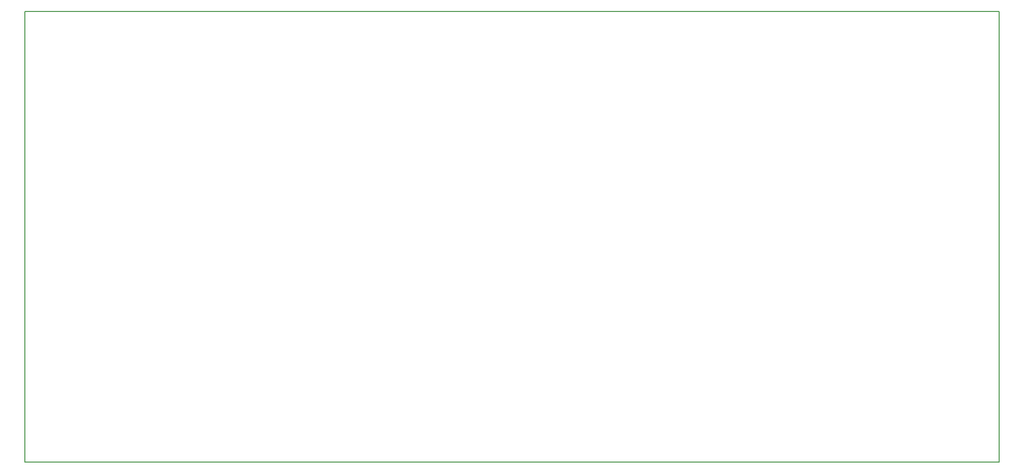
<source format=gko>
G04 Layer_Color=16711935*
%FSLAX24Y24*%
%MOIN*%
G70*
G01*
G75*
%ADD10C,0.0079*%
D10*
X6654Y47402D02*
X74567D01*
X6654Y15945D02*
Y47402D01*
X74567Y15945D02*
Y47402D01*
X6654Y15945D02*
X74567D01*
M02*

</source>
